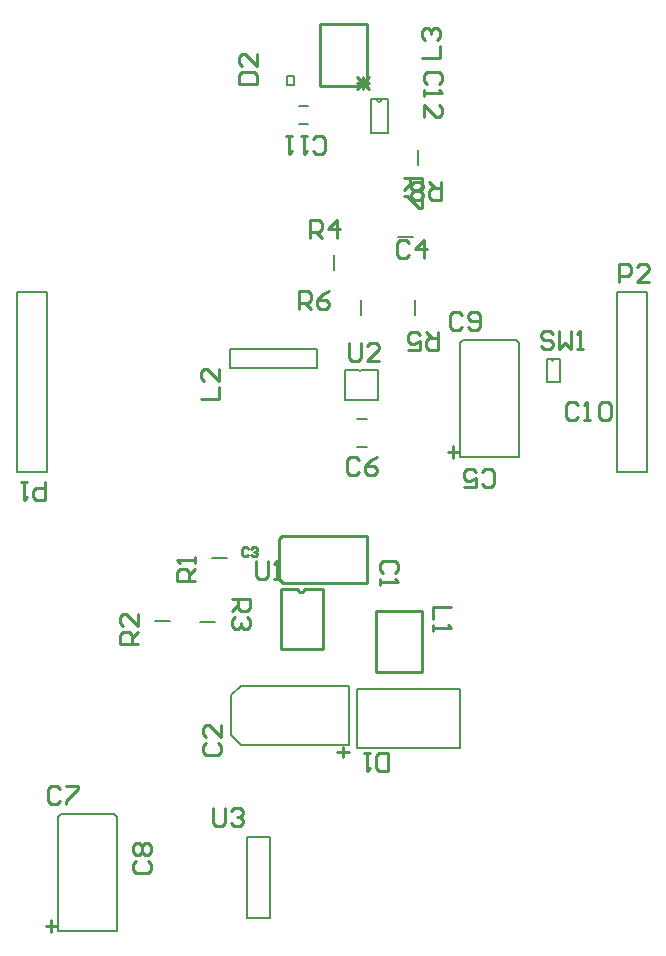
<source format=gto>
%FSLAX25Y25*%
%MOIN*%
G70*
G01*
G75*
%ADD10C,0.02000*%
%ADD11C,0.01000*%
%ADD12C,0.03000*%
%ADD13C,0.01500*%
%ADD14C,0.01200*%
%ADD15O,0.02756X0.01181*%
%ADD16R,0.02756X0.01181*%
%ADD17O,0.04724X0.01221*%
%ADD18R,0.04724X0.01221*%
%ADD19R,0.06693X0.13000*%
G04:AMPARAMS|DCode=20|XSize=66.93mil|YSize=130mil|CornerRadius=0mil|HoleSize=0mil|Usage=FLASHONLY|Rotation=180.000|XOffset=0mil|YOffset=0mil|HoleType=Round|Shape=Octagon|*
%AMOCTAGOND20*
4,1,8,0.01673,-0.06500,-0.01673,-0.06500,-0.03347,-0.04827,-0.03347,0.04827,-0.01673,0.06500,0.01673,0.06500,0.03347,0.04827,0.03347,-0.04827,0.01673,-0.06500,0.0*
%
%ADD20OCTAGOND20*%

G04:AMPARAMS|DCode=21|XSize=78.74mil|YSize=98.43mil|CornerRadius=0mil|HoleSize=0mil|Usage=FLASHONLY|Rotation=180.000|XOffset=0mil|YOffset=0mil|HoleType=Round|Shape=Octagon|*
%AMOCTAGOND21*
4,1,8,0.01969,-0.04921,-0.01969,-0.04921,-0.03937,-0.02953,-0.03937,0.02953,-0.01969,0.04921,0.01969,0.04921,0.03937,0.02953,0.03937,-0.02953,0.01969,-0.04921,0.0*
%
%ADD21OCTAGOND21*%

%ADD22R,0.07874X0.09843*%
%ADD23R,0.04331X0.05512*%
%ADD24R,0.10906X0.16732*%
%ADD25R,0.05906X0.05512*%
%ADD26R,0.06000X0.06000*%
%ADD27R,0.05500X0.03000*%
%ADD28O,0.05500X0.03000*%
%ADD29R,0.05512X0.05906*%
%ADD30R,0.04331X0.06693*%
%ADD31R,0.05512X0.02559*%
G04:AMPARAMS|DCode=32|XSize=55.12mil|YSize=25.59mil|CornerRadius=0mil|HoleSize=0mil|Usage=FLASHONLY|Rotation=180.000|XOffset=0mil|YOffset=0mil|HoleType=Round|Shape=Octagon|*
%AMOCTAGOND32*
4,1,8,-0.02756,0.00640,-0.02756,-0.00640,-0.02116,-0.01280,0.02116,-0.01280,0.02756,-0.00640,0.02756,0.00640,0.02116,0.01280,-0.02116,0.01280,-0.02756,0.00640,0.0*
%
%ADD32OCTAGOND32*%

%ADD33R,0.08661X0.12795*%
%ADD34O,0.08661X0.03937*%
%ADD35R,0.08661X0.03937*%
%ADD36R,0.16732X0.10906*%
%ADD37R,0.04331X0.10236*%
%ADD38R,0.05512X0.04331*%
%ADD39R,0.28740X0.10433*%
%ADD40R,0.06496X0.01969*%
%ADD41O,0.06496X0.01969*%
%ADD42C,0.02500*%
%ADD43C,0.05906*%
%ADD44R,0.05906X0.05906*%
%ADD45C,0.06000*%
%ADD46C,0.00787*%
D11*
X223500Y179500D02*
G03*
X226000Y179500I1250J0D01*
G01*
X246750Y181528D02*
Y189500D01*
X218556Y181528D02*
X246750D01*
X217250Y182833D02*
X218556Y181528D01*
X217250Y182833D02*
Y196167D01*
X218457Y197374D01*
X246750D01*
Y189500D02*
Y197374D01*
X238717Y123720D02*
Y126870D01*
X236748Y125295D02*
X240685D01*
X257500Y172250D02*
X265000D01*
X249500D02*
X257500D01*
X265000Y151750D02*
Y172250D01*
X249500Y151750D02*
X265000D01*
X249500D02*
Y172250D01*
X217945Y179500D02*
X223500D01*
X226000D02*
X231921D01*
Y159500D02*
Y179500D01*
X217945Y159500D02*
X231921D01*
X217945D02*
Y179500D01*
X231000Y347250D02*
Y367750D01*
Y347250D02*
X246500D01*
Y367750D01*
X231000D02*
X239000D01*
X246500D01*
X275295Y223315D02*
Y227252D01*
X273721Y225284D02*
X276870D01*
X141295Y65315D02*
Y69252D01*
X139720Y67283D02*
X142870D01*
X209500Y188998D02*
Y184000D01*
X210500Y183000D01*
X212499D01*
X213499Y184000D01*
Y188998D01*
X215498Y183000D02*
X217497D01*
X216498D01*
Y188998D01*
X215498Y187998D01*
X201650Y176350D02*
X207648D01*
Y173351D01*
X206648Y172351D01*
X204649D01*
X203649Y173351D01*
Y176350D01*
Y174351D02*
X201650Y172351D01*
X206648Y170352D02*
X207648Y169352D01*
Y167353D01*
X206648Y166353D01*
X205649D01*
X204649Y167353D01*
Y168353D01*
Y167353D01*
X203649Y166353D01*
X202650D01*
X201650Y167353D01*
Y169352D01*
X202650Y170352D01*
X170350Y161150D02*
X164352D01*
Y164149D01*
X165352Y165149D01*
X167351D01*
X168351Y164149D01*
Y161150D01*
Y163149D02*
X170350Y165149D01*
Y171147D02*
Y167148D01*
X166351Y171147D01*
X165352D01*
X164352Y170147D01*
Y168148D01*
X165352Y167148D01*
X189350Y182150D02*
X183352D01*
Y185149D01*
X184352Y186149D01*
X186351D01*
X187351Y185149D01*
Y182150D01*
Y184149D02*
X189350Y186149D01*
Y188148D02*
Y190147D01*
Y189148D01*
X183352D01*
X184352Y188148D01*
X274548Y173650D02*
X268550D01*
Y169651D01*
Y167652D02*
Y165653D01*
Y166652D01*
X274548D01*
X273548Y167652D01*
X253500Y119002D02*
Y125000D01*
X250501D01*
X249501Y124000D01*
Y120002D01*
X250501Y119002D01*
X253500D01*
X247502Y125000D02*
X245503D01*
X246502D01*
Y119002D01*
X247502Y120002D01*
X206999Y192999D02*
X206500Y193499D01*
X205500D01*
X205000Y192999D01*
Y191000D01*
X205500Y190500D01*
X206500D01*
X206999Y191000D01*
X207999Y192999D02*
X208499Y193499D01*
X209499D01*
X209998Y192999D01*
Y192499D01*
X209499Y191999D01*
X208999D01*
X209499D01*
X209998Y191500D01*
Y191000D01*
X209499Y190500D01*
X208499D01*
X207999Y191000D01*
X192952Y128249D02*
X191952Y127249D01*
Y125250D01*
X192952Y124250D01*
X196950D01*
X197950Y125250D01*
Y127249D01*
X196950Y128249D01*
X197950Y134247D02*
Y130248D01*
X193951Y134247D01*
X192952D01*
X191952Y133247D01*
Y131248D01*
X192952Y130248D01*
X255998Y185001D02*
X256998Y186001D01*
Y188000D01*
X255998Y189000D01*
X252000D01*
X251000Y188000D01*
Y186001D01*
X252000Y185001D01*
X251000Y183002D02*
Y181003D01*
Y182002D01*
X256998D01*
X255998Y183002D01*
X243150Y350248D02*
X247149Y346250D01*
X243150D02*
X247149Y350248D01*
X243150Y348249D02*
X247149D01*
X245149Y346250D02*
Y350248D01*
X260749Y294848D02*
X259749Y295848D01*
X257750D01*
X256750Y294848D01*
Y290850D01*
X257750Y289850D01*
X259749D01*
X260749Y290850D01*
X265747Y289850D02*
Y295848D01*
X262748Y292849D01*
X266747D01*
X285001Y214502D02*
X286001Y213502D01*
X288000D01*
X289000Y214502D01*
Y218500D01*
X288000Y219500D01*
X286001D01*
X285001Y218500D01*
X279003Y213502D02*
X283002D01*
Y216501D01*
X281003Y215501D01*
X280003D01*
X279003Y216501D01*
Y218500D01*
X280003Y219500D01*
X282002D01*
X283002Y218500D01*
X243999Y222498D02*
X242999Y223498D01*
X241000D01*
X240000Y222498D01*
Y218500D01*
X241000Y217500D01*
X242999D01*
X243999Y218500D01*
X249997Y223498D02*
X247997Y222498D01*
X245998Y220499D01*
Y218500D01*
X246998Y217500D01*
X248997D01*
X249997Y218500D01*
Y219499D01*
X248997Y220499D01*
X245998D01*
X144249Y113048D02*
X143249Y114048D01*
X141250D01*
X140250Y113048D01*
Y109050D01*
X141250Y108050D01*
X143249D01*
X144249Y109050D01*
X146248Y114048D02*
X150247D01*
Y113048D01*
X146248Y109050D01*
Y108050D01*
X278249Y271048D02*
X277249Y272048D01*
X275250D01*
X274250Y271048D01*
Y267050D01*
X275250Y266050D01*
X277249D01*
X278249Y267050D01*
X280248D02*
X281248Y266050D01*
X283247D01*
X284247Y267050D01*
Y271048D01*
X283247Y272048D01*
X281248D01*
X280248Y271048D01*
Y270049D01*
X281248Y269049D01*
X284247D01*
X228551Y325552D02*
X229551Y324552D01*
X231550D01*
X232550Y325552D01*
Y329550D01*
X231550Y330550D01*
X229551D01*
X228551Y329550D01*
X226552Y330550D02*
X224553D01*
X225552D01*
Y324552D01*
X226552Y325552D01*
X221554Y330550D02*
X219554D01*
X220554D01*
Y324552D01*
X221554Y325552D01*
X270748Y347851D02*
X271748Y348851D01*
Y350850D01*
X270748Y351850D01*
X266750D01*
X265750Y350850D01*
Y348851D01*
X266750Y347851D01*
X265750Y345852D02*
Y343853D01*
Y344852D01*
X271748D01*
X270748Y345852D01*
X265750Y336855D02*
Y340854D01*
X269749Y336855D01*
X270748D01*
X271748Y337855D01*
Y339854D01*
X270748Y340854D01*
X204052Y348050D02*
X210050D01*
Y351049D01*
X209050Y352049D01*
X205052D01*
X204052Y351049D01*
Y348050D01*
X210050Y358047D02*
Y354048D01*
X206051Y358047D01*
X205052D01*
X204052Y357047D01*
Y355048D01*
X205052Y354048D01*
X191252Y242750D02*
X197250D01*
Y246749D01*
Y252747D02*
Y248748D01*
X193251Y252747D01*
X192252D01*
X191252Y251747D01*
Y249748D01*
X192252Y248748D01*
X265002Y356500D02*
X271000D01*
Y360499D01*
X266002Y362498D02*
X265002Y363498D01*
Y365497D01*
X266002Y366497D01*
X267001D01*
X268001Y365497D01*
Y364497D01*
Y365497D01*
X269001Y366497D01*
X270000D01*
X271000Y365497D01*
Y363498D01*
X270000Y362498D01*
X227650Y296650D02*
Y302648D01*
X230649D01*
X231649Y301648D01*
Y299649D01*
X230649Y298649D01*
X227650D01*
X229649D02*
X231649Y296650D01*
X236647D02*
Y302648D01*
X233648Y299649D01*
X237647D01*
X270350Y265350D02*
Y259352D01*
X267351D01*
X266351Y260352D01*
Y262351D01*
X267351Y263351D01*
X270350D01*
X268351D02*
X266351Y265350D01*
X260353Y259352D02*
X264352D01*
Y262351D01*
X262353Y261351D01*
X261353D01*
X260353Y262351D01*
Y264350D01*
X261353Y265350D01*
X263352D01*
X264352Y264350D01*
X224000Y273000D02*
Y278998D01*
X226999D01*
X227999Y277998D01*
Y275999D01*
X226999Y274999D01*
X224000D01*
X225999D02*
X227999Y273000D01*
X233997Y278998D02*
X231997Y277998D01*
X229998Y275999D01*
Y274000D01*
X230998Y273000D01*
X232997D01*
X233997Y274000D01*
Y274999D01*
X232997Y275999D01*
X229998D01*
X259000Y316500D02*
X264998D01*
Y313501D01*
X263998Y312501D01*
X261999D01*
X260999Y313501D01*
Y316500D01*
Y314501D02*
X259000Y312501D01*
X264998Y310502D02*
Y306503D01*
X263998D01*
X260000Y310502D01*
X259000D01*
X271350Y315350D02*
Y309352D01*
X268351D01*
X267351Y310352D01*
Y312351D01*
X268351Y313351D01*
X271350D01*
X269351D02*
X267351Y315350D01*
X265352Y310352D02*
X264352Y309352D01*
X262353D01*
X261353Y310352D01*
Y311351D01*
X262353Y312351D01*
X261353Y313351D01*
Y314350D01*
X262353Y315350D01*
X264352D01*
X265352Y314350D01*
Y313351D01*
X264352Y312351D01*
X265352Y311351D01*
Y310352D01*
X264352Y312351D02*
X262353D01*
X308649Y264648D02*
X307649Y265648D01*
X305650D01*
X304650Y264648D01*
Y263649D01*
X305650Y262649D01*
X307649D01*
X308649Y261649D01*
Y260650D01*
X307649Y259650D01*
X305650D01*
X304650Y260650D01*
X310648Y265648D02*
Y259650D01*
X312647Y261649D01*
X314647Y259650D01*
Y265648D01*
X316646Y259650D02*
X318646D01*
X317646D01*
Y265648D01*
X316646Y264648D01*
X240500Y261498D02*
Y256500D01*
X241500Y255500D01*
X243499D01*
X244499Y256500D01*
Y261498D01*
X250497Y255500D02*
X246498D01*
X250497Y259499D01*
Y260498D01*
X249497Y261498D01*
X247498D01*
X246498Y260498D01*
X195250Y106648D02*
Y101650D01*
X196250Y100650D01*
X198249D01*
X199249Y101650D01*
Y106648D01*
X201248Y105648D02*
X202248Y106648D01*
X204247D01*
X205247Y105648D01*
Y104649D01*
X204247Y103649D01*
X203247D01*
X204247D01*
X205247Y102649D01*
Y101650D01*
X204247Y100650D01*
X202248D01*
X201248Y101650D01*
X169652Y88749D02*
X168652Y87749D01*
Y85750D01*
X169652Y84750D01*
X173650D01*
X174650Y85750D01*
Y87749D01*
X173650Y88749D01*
X169652Y90748D02*
X168652Y91748D01*
Y93747D01*
X169652Y94747D01*
X170651D01*
X171651Y93747D01*
X172651Y94747D01*
X173650D01*
X174650Y93747D01*
Y91748D01*
X173650Y90748D01*
X172651D01*
X171651Y91748D01*
X170651Y90748D01*
X169652D01*
X171651Y91748D02*
Y93747D01*
X316999Y240998D02*
X315999Y241998D01*
X314000D01*
X313000Y240998D01*
Y237000D01*
X314000Y236000D01*
X315999D01*
X316999Y237000D01*
X318998Y236000D02*
X320997D01*
X319998D01*
Y241998D01*
X318998Y240998D01*
X323996D02*
X324996Y241998D01*
X326995D01*
X327995Y240998D01*
Y237000D01*
X326995Y236000D01*
X324996D01*
X323996Y237000D01*
Y240998D01*
X139350Y215150D02*
Y209152D01*
X136351D01*
X135351Y210152D01*
Y212151D01*
X136351Y213151D01*
X139350D01*
X133352Y215150D02*
X131353D01*
X132352D01*
Y209152D01*
X133352Y210152D01*
X330650Y281850D02*
Y287848D01*
X333649D01*
X334649Y286848D01*
Y284849D01*
X333649Y283849D01*
X330650D01*
X340647Y281850D02*
X336648D01*
X340647Y285849D01*
Y286848D01*
X339647Y287848D01*
X337648D01*
X336648Y286848D01*
D46*
X307805Y256279D02*
G03*
X309085Y256279I640J0D01*
G01*
X243776Y252484D02*
G03*
X244760Y252484I492J0D01*
G01*
X212681Y97028D02*
G03*
X208154Y97028I-2264J-12525D01*
G01*
X249766Y342870D02*
G03*
X251636Y342870I935J0D01*
G01*
X310906Y248602D02*
Y256279D01*
X306575Y248602D02*
X310906D01*
X306575D02*
Y256279D01*
X309085D01*
X307805D02*
X310906D01*
X239150Y242642D02*
Y252484D01*
Y242642D02*
X250173D01*
Y252484D01*
X244760D02*
X250173D01*
X239150D02*
X243776D01*
X277626Y126657D02*
Y136500D01*
X243374Y126657D02*
X277626D01*
X243374D02*
Y146343D01*
X277626D01*
Y136500D02*
Y146343D01*
X240606Y137500D02*
Y147343D01*
X204675D02*
X240606D01*
X201394Y144062D02*
X204675Y147343D01*
X201394Y130938D02*
Y144062D01*
Y130938D02*
X204675Y127657D01*
X240606D01*
Y137500D01*
X194941Y190000D02*
X200059D01*
X175941Y169000D02*
X181059D01*
X190941Y168500D02*
X196059D01*
X263500Y320941D02*
Y326059D01*
X223925Y334547D02*
X227075D01*
X223925Y340453D02*
X227075D01*
X222181Y347425D02*
Y350575D01*
X219819D02*
X222181D01*
X219819Y347425D02*
Y350575D01*
Y347425D02*
X222181D01*
X206618Y69862D02*
Y97028D01*
Y69862D02*
X214216D01*
Y97028D01*
X212681D02*
X214216D01*
X206618D02*
X208154D01*
X277658Y223394D02*
X287500D01*
X277658D02*
Y261504D01*
X278760Y262606D01*
X296240D01*
X297342Y261504D01*
Y223394D02*
Y261504D01*
X287500Y223394D02*
X297342D01*
X143658Y65394D02*
X153500D01*
X143658D02*
Y103504D01*
X144760Y104606D01*
X162240D01*
X163342Y103504D01*
Y65394D02*
Y103504D01*
X153500Y65394D02*
X163342D01*
X243425Y236224D02*
X246575D01*
X243425Y226776D02*
X246575D01*
X256941Y297000D02*
X262059D01*
X208307Y253350D02*
X229961D01*
Y259650D01*
X200827D02*
X229961D01*
X200827Y253350D02*
Y259650D01*
Y253350D02*
X208307D01*
X244500Y270941D02*
Y276059D01*
X262500Y270941D02*
Y276059D01*
X235500Y285941D02*
Y291059D01*
X340000Y218500D02*
Y278500D01*
X330000Y218500D02*
Y278500D01*
Y218500D02*
X340000D01*
X330000Y278500D02*
X340000D01*
X130000Y218500D02*
Y278500D01*
X140000Y218500D02*
Y278500D01*
X130000D02*
X140000D01*
X130000Y218500D02*
X140000D01*
X249766Y342870D02*
X253555D01*
X248043D02*
X251636D01*
X248043Y331650D02*
Y342870D01*
Y331650D02*
X253555D01*
Y342870D01*
M02*

</source>
